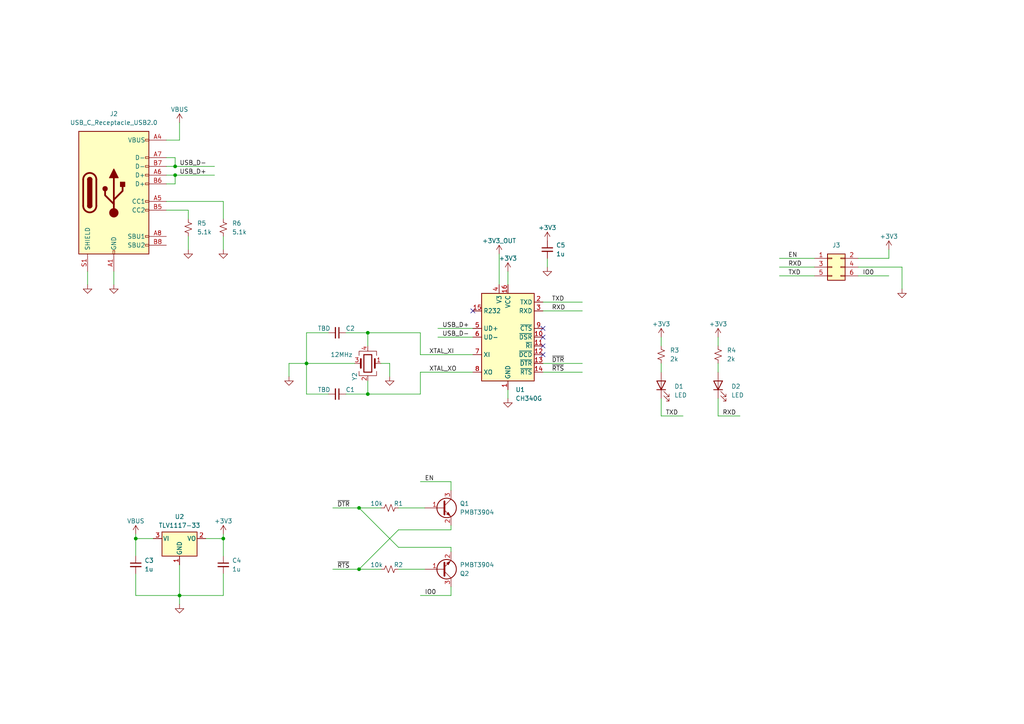
<source format=kicad_sch>
(kicad_sch (version 20230121) (generator eeschema)
  (paper "A4")
  (lib_symbols
    (symbol "Azpire_Conn:USB_C_Receptacle_USB2.0" (pin_names (offset 1.016))
      (property "Reference" "J" (at -10.16 19.05 0))
      (property "Value" "USB_C_Receptacle_USB2.0" (at 19.05 19.05 0))
      (symbol "USB_C_Receptacle_USB2.0_0_0"
        (rectangle (start -0.254 -17.78) (end 0.254 -16.764))
        (rectangle (start 9.1327 2.7989) (end 10.1487 2.2909))
        (rectangle (start 9.1327 5.3389) (end 10.1487 4.8309))
        (rectangle (start 10.16 -14.986) (end 9.144 -15.494))
        (rectangle (start 10.16 -12.446) (end 9.144 -12.954))
        (rectangle (start 10.16 -4.826) (end 9.144 -5.334))
        (rectangle (start 10.16 -2.286) (end 9.144 -2.794))
        (rectangle (start 10.16 7.874) (end 9.144 7.366))
        (rectangle (start 10.16 10.414) (end 9.144 9.906))
        (rectangle (start 10.16 15.494) (end 9.144 14.986))
      )
      (symbol "USB_C_Receptacle_USB2.0_0_1"
        (rectangle (start -10.16 17.78) (end 10.16 -17.78) (stroke (width 0.254)) (fill (type background)))
        (arc (start -8.89 -3.81) (mid -6.985 -5.7067) (end -5.08 -3.81) (stroke (width 0.508)))
        (arc (start -7.62 -3.81) (mid -6.985 -4.4423) (end -6.35 -3.81) (stroke (width 0.254)))
        (arc (start -7.62 -3.81) (mid -6.985 -4.4423) (end -6.35 -3.81) (stroke (width 0.254)) (fill (type outline)))
        (rectangle (start -7.62 -3.81) (end -6.35 3.81) (stroke (width 0.254)) (fill (type outline)))
        (arc (start -6.35 3.81) (mid -6.985 4.4423) (end -7.62 3.81) (stroke (width 0.254)))
        (arc (start -6.35 3.81) (mid -6.985 4.4423) (end -7.62 3.81) (stroke (width 0.254)) (fill (type outline)))
        (arc (start -5.08 3.81) (mid -6.985 5.7067) (end -8.89 3.81) (stroke (width 0.508)))
        (circle (center -2.54 1.143) (radius 0.635) (stroke (width 0.254)) (fill (type outline)))
        (circle (center 0 -5.842) (radius 1.27) (fill (type outline)))
        (polyline (pts (xy -8.89 -3.81) (xy -8.89 3.81)) (stroke (width 0.508)))
        (polyline (pts (xy -5.08 3.81) (xy -5.08 -3.81)) (stroke (width 0.508)))
        (polyline (pts (xy 0 -5.842) (xy 0 4.318)) (stroke (width 0.508)))
        (polyline (pts (xy 0 -3.302) (xy -2.54 -0.762) (xy -2.54 0.508)) (stroke (width 0.508)))
        (polyline (pts (xy 0 -2.032) (xy 2.54 0.508) (xy 2.54 1.778)) (stroke (width 0.508)))
        (polyline (pts (xy -1.27 4.318) (xy 0 6.858) (xy 1.27 4.318) (xy -1.27 4.318)) (stroke (width 0.254)) (fill (type outline)))
        (rectangle (start 1.905 1.778) (end 3.175 3.048) (stroke (width 0.254)) (fill (type outline)))
      )
      (symbol "USB_C_Receptacle_USB2.0_1_1"
        (pin passive line (at 0 -22.86 90) (length 5.08) (name "GND") (number "A1"))
        (pin passive line (at 0 -22.86 90) (length 5.08) hide (name "GND") (number "A12"))
        (pin passive line (at 15.24 15.24 180) (length 5.08) (name "VBUS") (number "A4"))
        (pin bidirectional line (at 15.24 -2.54 180) (length 5.08) (name "CC1") (number "A5"))
        (pin bidirectional line (at 15.24 5.08 180) (length 5.08) (name "D+") (number "A6"))
        (pin bidirectional line (at 15.24 10.16 180) (length 5.08) (name "D-") (number "A7"))
        (pin bidirectional line (at 15.24 -12.7 180) (length 5.08) (name "SBU1") (number "A8"))
        (pin passive line (at 15.24 15.24 180) (length 5.08) hide (name "VBUS") (number "A9"))
        (pin passive line (at 0 -22.86 90) (length 5.08) hide (name "GND") (number "B1"))
        (pin passive line (at 0 -22.86 90) (length 5.08) hide (name "GND") (number "B12"))
        (pin passive line (at 15.24 15.24 180) (length 5.08) hide (name "VBUS") (number "B4"))
        (pin bidirectional line (at 15.24 -5.08 180) (length 5.08) (name "CC2") (number "B5"))
        (pin bidirectional line (at 15.24 2.54 180) (length 5.08) (name "D+") (number "B6"))
        (pin bidirectional line (at 15.24 7.62 180) (length 5.08) (name "D-") (number "B7"))
        (pin bidirectional line (at 15.24 -15.24 180) (length 5.08) (name "SBU2") (number "B8"))
        (pin passive line (at 15.24 15.24 180) (length 5.08) hide (name "VBUS") (number "B9"))
        (pin passive line (at -7.62 -22.86 90) (length 5.08) (name "SHIELD") (number "S1"))
      )
    )
    (symbol "Azpire_Power_Symbols:+3V3_OUT" (power) (pin_names (offset 0))
      (property "Value" "+3V3_OUT" (at 0 3.556 0))
      (symbol "+3V3_OUT_0_1"
        (polyline (pts (xy -0.762 1.27) (xy 0 2.54)))
        (polyline (pts (xy 0 0) (xy 0 2.54)))
        (polyline (pts (xy 0 2.54) (xy 0.762 1.27)))
      )
      (symbol "+3V3_OUT_1_1"
        (pin power_in line (at 0 0 90) (length 0) hide (name "+3V3_OUT") (number "1"))
      )
    )
    (symbol "Connector_Generic:Conn_02x03_Odd_Even" (pin_names (offset 1.016) hide)
      (property "Reference" "J" (at 1.27 5.08 0))
      (property "Value" "Conn_02x03_Odd_Even" (at 1.27 -5.08 0))
      (symbol "Conn_02x03_Odd_Even_1_1"
        (rectangle (start -1.27 -2.413) (end 0 -2.667) (stroke (width 0.1524)))
        (rectangle (start -1.27 0.127) (end 0 -0.127) (stroke (width 0.1524)))
        (rectangle (start -1.27 2.667) (end 0 2.413) (stroke (width 0.1524)))
        (rectangle (start -1.27 3.81) (end 3.81 -3.81) (stroke (width 0.254)) (fill (type background)))
        (rectangle (start 3.81 -2.413) (end 2.54 -2.667) (stroke (width 0.1524)))
        (rectangle (start 3.81 0.127) (end 2.54 -0.127) (stroke (width 0.1524)))
        (rectangle (start 3.81 2.667) (end 2.54 2.413) (stroke (width 0.1524)))
        (pin passive line (at -5.08 2.54 0) (length 3.81) (name "Pin_1") (number "1"))
        (pin passive line (at 7.62 2.54 180) (length 3.81) (name "Pin_2") (number "2"))
        (pin passive line (at -5.08 0 0) (length 3.81) (name "Pin_3") (number "3"))
        (pin passive line (at 7.62 0 180) (length 3.81) (name "Pin_4") (number "4"))
        (pin passive line (at -5.08 -2.54 0) (length 3.81) (name "Pin_5") (number "5"))
        (pin passive line (at 7.62 -2.54 180) (length 3.81) (name "Pin_6") (number "6"))
      )
    )
    (symbol "Device:C_Small" (pin_numbers hide) (pin_names (offset 0.254) hide)
      (property "Reference" "C" (at 0.254 1.778 0))
      (property "Value" "C_Small" (at 0.254 -2.032 0))
      (symbol "C_Small_0_1"
        (polyline (pts (xy -1.524 -0.508) (xy 1.524 -0.508)) (stroke (width 0.3302)))
        (polyline (pts (xy -1.524 0.508) (xy 1.524 0.508)) (stroke (width 0.3048)))
      )
      (symbol "C_Small_1_1"
        (pin passive line (at 0 2.54 270) (length 2.032) (name "~") (number "1"))
        (pin passive line (at 0 -2.54 90) (length 2.032) (name "~") (number "2"))
      )
    )
    (symbol "Device:Crystal_GND24" (pin_names (offset 1.016) hide)
      (property "Reference" "Y" (at 3.175 5.08 0))
      (property "Value" "Crystal_GND24" (at 3.175 3.175 0))
      (symbol "Crystal_GND24_0_1"
        (rectangle (start -1.143 2.54) (end 1.143 -2.54) (stroke (width 0.3048)))
        (polyline (pts (xy -2.54 0) (xy -2.032 0)))
        (polyline (pts (xy -2.032 -1.27) (xy -2.032 1.27)) (stroke (width 0.508)))
        (polyline (pts (xy 0 -3.81) (xy 0 -3.556)))
        (polyline (pts (xy 0 3.556) (xy 0 3.81)))
        (polyline (pts (xy 2.032 -1.27) (xy 2.032 1.27)) (stroke (width 0.508)))
        (polyline (pts (xy 2.032 0) (xy 2.54 0)))
        (polyline (pts (xy -2.54 -2.286) (xy -2.54 -3.556) (xy 2.54 -3.556) (xy 2.54 -2.286)))
        (polyline (pts (xy -2.54 2.286) (xy -2.54 3.556) (xy 2.54 3.556) (xy 2.54 2.286)))
      )
      (symbol "Crystal_GND24_1_1"
        (pin passive line (at -3.81 0 0) (length 1.27) (name "1") (number "1"))
        (pin passive line (at 0 5.08 270) (length 1.27) (name "2") (number "2"))
        (pin passive line (at 3.81 0 180) (length 1.27) (name "3") (number "3"))
        (pin passive line (at 0 -5.08 90) (length 1.27) (name "4") (number "4"))
      )
    )
    (symbol "Device:LED" (pin_numbers hide) (pin_names (offset 1.016) hide)
      (property "Reference" "D" (at 0 2.54 0))
      (property "Value" "LED" (at 0 -2.54 0))
      (symbol "LED_0_1"
        (polyline (pts (xy -1.27 -1.27) (xy -1.27 1.27)) (stroke (width 0.254)))
        (polyline (pts (xy -1.27 0) (xy 1.27 0)))
        (polyline (pts (xy 1.27 -1.27) (xy 1.27 1.27) (xy -1.27 0) (xy 1.27 -1.27)) (stroke (width 0.254)))
        (polyline (pts (xy -3.048 -0.762) (xy -4.572 -2.286) (xy -3.81 -2.286) (xy -4.572 -2.286) (xy -4.572 -1.524)))
        (polyline (pts (xy -1.778 -0.762) (xy -3.302 -2.286) (xy -2.54 -2.286) (xy -3.302 -2.286) (xy -3.302 -1.524)))
      )
      (symbol "LED_1_1"
        (pin passive line (at -3.81 0 0) (length 2.54) (name "K") (number "1"))
        (pin passive line (at 3.81 0 180) (length 2.54) (name "A") (number "2"))
      )
    )
    (symbol "Device:Q_NPN_BEC" (pin_names (offset 0) hide)
      (property "Reference" "Q" (at 5.08 1.27 0))
      (property "Value" "Q_NPN_BEC" (at 5.08 -1.27 0))
      (symbol "Q_NPN_BEC_0_1"
        (polyline (pts (xy 0.635 0.635) (xy 2.54 2.54)))
        (polyline (pts (xy 0.635 -0.635) (xy 2.54 -2.54) (xy 2.54 -2.54)))
        (polyline (pts (xy 0.635 1.905) (xy 0.635 -1.905) (xy 0.635 -1.905)) (stroke (width 0.508)))
        (polyline (pts (xy 1.27 -1.778) (xy 1.778 -1.27) (xy 2.286 -2.286) (xy 1.27 -1.778) (xy 1.27 -1.778)) (fill (type outline)))
        (circle (center 1.27 0) (radius 2.8194) (stroke (width 0.254)))
      )
      (symbol "Q_NPN_BEC_1_1"
        (pin input line (at -5.08 0 0) (length 5.715) (name "B") (number "1"))
        (pin passive line (at 2.54 -5.08 90) (length 2.54) (name "E") (number "2"))
        (pin passive line (at 2.54 5.08 270) (length 2.54) (name "C") (number "3"))
      )
    )
    (symbol "Device:R_Small_US" (pin_numbers hide) (pin_names (offset 0.254) hide)
      (property "Reference" "R" (at 0.762 0.508 0))
      (property "Value" "R_Small_US" (at 0.762 -1.016 0))
      (symbol "R_Small_US_1_1"
        (polyline (pts (xy 0 0) (xy 1.016 -0.381) (xy 0 -0.762) (xy -1.016 -1.143) (xy 0 -1.524)))
        (polyline (pts (xy 0 1.524) (xy 1.016 1.143) (xy 0 0.762) (xy -1.016 0.381) (xy 0 0)))
        (pin passive line (at 0 2.54 270) (length 1.016) (name "~") (number "1"))
        (pin passive line (at 0 -2.54 90) (length 1.016) (name "~") (number "2"))
      )
    )
    (symbol "Interface_USB:CH340G"
      (property "Reference" "U" (at -5.08 13.97 0))
      (property "Value" "CH340G" (at 1.27 13.97 0))
      (symbol "CH340G_0_1"
        (rectangle (start -7.62 12.7) (end 7.62 -12.7) (stroke (width 0.254)) (fill (type background)))
      )
      (symbol "CH340G_1_1"
        (pin power_in line (at 0 -15.24 90) (length 2.54) (name "GND") (number "1"))
        (pin input line (at 10.16 0 180) (length 2.54) (name "~{DSR}") (number "10"))
        (pin input line (at 10.16 -2.54 180) (length 2.54) (name "~{RI}") (number "11"))
        (pin input line (at 10.16 -5.08 180) (length 2.54) (name "~{DCD}") (number "12"))
        (pin output line (at 10.16 -7.62 180) (length 2.54) (name "~{DTR}") (number "13"))
        (pin output line (at 10.16 -10.16 180) (length 2.54) (name "~{RTS}") (number "14"))
        (pin input line (at -10.16 7.62 0) (length 2.54) (name "R232") (number "15"))
        (pin power_in line (at 0 15.24 270) (length 2.54) (name "VCC") (number "16"))
        (pin output line (at 10.16 10.16 180) (length 2.54) (name "TXD") (number "2"))
        (pin input line (at 10.16 7.62 180) (length 2.54) (name "RXD") (number "3"))
        (pin passive line (at -2.54 15.24 270) (length 2.54) (name "V3") (number "4"))
        (pin bidirectional line (at -10.16 2.54 0) (length 2.54) (name "UD+") (number "5"))
        (pin bidirectional line (at -10.16 0 0) (length 2.54) (name "UD-") (number "6"))
        (pin input line (at -10.16 -5.08 0) (length 2.54) (name "XI") (number "7"))
        (pin output line (at -10.16 -10.16 0) (length 2.54) (name "XO") (number "8"))
        (pin input line (at 10.16 2.54 180) (length 2.54) (name "~{CTS}") (number "9"))
      )
    )
    (symbol "Regulator_Linear:TLV1117-33" (pin_names (offset 0.254))
      (property "Reference" "U" (at -3.81 3.175 0))
      (property "Value" "TLV1117-33" (at 0 3.175 0))
      (symbol "TLV1117-33_0_1"
        (rectangle (start -5.08 -5.08) (end 5.08 1.905) (stroke (width 0.254)) (fill (type background)))
      )
      (symbol "TLV1117-33_1_1"
        (pin power_in line (at 0 -7.62 90) (length 2.54) (name "GND") (number "1"))
        (pin power_out line (at 7.62 0 180) (length 2.54) (name "VO") (number "2"))
        (pin power_in line (at -7.62 0 0) (length 2.54) (name "VI") (number "3"))
      )
    )
    (symbol "power:+3V3" (power) (pin_names (offset 0))
      (property "Value" "+3V3" (at 0 3.556 0))
      (symbol "+3V3_0_1"
        (polyline (pts (xy -0.762 1.27) (xy 0 2.54)))
        (polyline (pts (xy 0 0) (xy 0 2.54)))
        (polyline (pts (xy 0 2.54) (xy 0.762 1.27)))
      )
      (symbol "+3V3_1_1"
        (pin power_in line (at 0 0 90) (length 0) hide (name "+3V3") (number "1"))
      )
    )
    (symbol "power:GND" (power) (pin_names (offset 0))
      (property "Value" "GND" (at 0 -3.81 0))
      (symbol "GND_0_1"
        (polyline (pts (xy 0 0) (xy 0 -1.27) (xy 1.27 -1.27) (xy 0 -2.54) (xy -1.27 -1.27) (xy 0 -1.27)))
      )
      (symbol "GND_1_1"
        (pin power_in line (at 0 0 270) (length 0) hide (name "GND") (number "1"))
      )
    )
    (symbol "power:VBUS" (power) (pin_names (offset 0))
      (property "Value" "VBUS" (at 0 3.81 0))
      (symbol "VBUS_0_1"
        (polyline (pts (xy -0.762 1.27) (xy 0 2.54)))
        (polyline (pts (xy 0 0) (xy 0 2.54)))
        (polyline (pts (xy 0 2.54) (xy 0.762 1.27)))
      )
      (symbol "VBUS_1_1"
        (pin power_in line (at 0 0 90) (length 0) hide (name "VBUS") (number "1"))
      )
    )
  )
  (junction (at 88.9 105.41))
  (junction (at 104.14 147.32))
  (junction (at 50.8 48.26))
  (junction (at 106.68 96.52))
  (junction (at 64.77 156.21))
  (junction (at 50.8 50.8))
  (junction (at 104.14 165.1))
  (junction (at 39.37 156.21))
  (junction (at 106.68 114.3))
  (junction (at 52.07 172.72))
  (no_connect (at 157.48 102.87))
  (no_connect (at 157.48 97.79))
  (no_connect (at 157.48 100.33))
  (no_connect (at 137.16 90.17))
  (no_connect (at 157.48 95.25))
  (wire (pts (xy 121.92 96.52) (xy 121.92 102.87)))
  (wire (pts (xy 130.81 152.4) (xy 130.81 153.67)))
  (wire (pts (xy 88.9 114.3) (xy 95.25 114.3)))
  (wire (pts (xy 261.62 77.47) (xy 261.62 83.82)))
  (wire (pts (xy 106.68 96.52) (xy 106.68 100.33)))
  (wire (pts (xy 88.9 105.41) (xy 88.9 114.3)))
  (wire (pts (xy 248.92 74.93) (xy 257.81 74.93)))
  (wire (pts (xy 88.9 105.41) (xy 102.87 105.41)))
  (wire (pts (xy 59.69 156.21) (xy 64.77 156.21)))
  (wire (pts (xy 158.75 74.93) (xy 158.75 77.47)))
  (wire (pts (xy 39.37 166.37) (xy 39.37 172.72)))
  (wire (pts (xy 50.8 45.72) (xy 50.8 48.26)))
  (wire (pts (xy 52.07 163.83) (xy 52.07 172.72)))
  (wire (pts (xy 248.92 80.01) (xy 257.81 80.01)))
  (wire (pts (xy 50.8 50.8) (xy 62.23 50.8)))
  (wire (pts (xy 226.06 80.01) (xy 236.22 80.01)))
  (wire (pts (xy 48.26 60.96) (xy 54.61 60.96)))
  (wire (pts (xy 248.92 77.47) (xy 261.62 77.47)))
  (wire (pts (xy 48.26 50.8) (xy 50.8 50.8)))
  (wire (pts (xy 83.82 105.41) (xy 83.82 109.22)))
  (wire (pts (xy 33.02 78.74) (xy 33.02 82.55)))
  (wire (pts (xy 88.9 96.52) (xy 88.9 105.41)))
  (wire (pts (xy 64.77 166.37) (xy 64.77 172.72)))
  (wire (pts (xy 121.92 172.72) (xy 130.81 172.72)))
  (wire (pts (xy 106.68 114.3) (xy 121.92 114.3)))
  (wire (pts (xy 127 97.79) (xy 137.16 97.79)))
  (wire (pts (xy 157.48 105.41) (xy 168.91 105.41)))
  (wire (pts (xy 191.77 105.41) (xy 191.77 107.95)))
  (wire (pts (xy 121.92 102.87) (xy 137.16 102.87)))
  (wire (pts (xy 115.57 147.32) (xy 123.19 147.32)))
  (wire (pts (xy 48.26 45.72) (xy 50.8 45.72)))
  (wire (pts (xy 157.48 107.95) (xy 168.91 107.95)))
  (wire (pts (xy 144.78 73.66) (xy 144.78 82.55)))
  (wire (pts (xy 115.57 165.1) (xy 123.19 165.1)))
  (wire (pts (xy 39.37 156.21) (xy 44.45 156.21)))
  (wire (pts (xy 191.77 115.57) (xy 191.77 120.65)))
  (wire (pts (xy 48.26 40.64) (xy 52.07 40.64)))
  (wire (pts (xy 115.57 153.67) (xy 104.14 165.1)))
  (wire (pts (xy 83.82 105.41) (xy 88.9 105.41)))
  (wire (pts (xy 127 95.25) (xy 137.16 95.25)))
  (wire (pts (xy 50.8 50.8) (xy 50.8 53.34)))
  (wire (pts (xy 130.81 158.75) (xy 115.57 158.75)))
  (wire (pts (xy 115.57 158.75) (xy 104.14 147.32)))
  (wire (pts (xy 48.26 53.34) (xy 50.8 53.34)))
  (wire (pts (xy 130.81 153.67) (xy 115.57 153.67)))
  (wire (pts (xy 257.81 72.39) (xy 257.81 74.93)))
  (wire (pts (xy 54.61 60.96) (xy 54.61 63.5)))
  (wire (pts (xy 147.32 113.03) (xy 147.32 115.57)))
  (wire (pts (xy 48.26 58.42) (xy 64.77 58.42)))
  (wire (pts (xy 226.06 74.93) (xy 236.22 74.93)))
  (wire (pts (xy 96.52 147.32) (xy 104.14 147.32)))
  (wire (pts (xy 64.77 68.58) (xy 64.77 72.39)))
  (wire (pts (xy 96.52 165.1) (xy 104.14 165.1)))
  (wire (pts (xy 106.68 110.49) (xy 106.68 114.3)))
  (wire (pts (xy 208.28 97.79) (xy 208.28 100.33)))
  (wire (pts (xy 88.9 96.52) (xy 95.25 96.52)))
  (wire (pts (xy 121.92 139.7) (xy 130.81 139.7)))
  (wire (pts (xy 25.4 78.74) (xy 25.4 82.55)))
  (wire (pts (xy 39.37 172.72) (xy 52.07 172.72)))
  (wire (pts (xy 50.8 48.26) (xy 62.23 48.26)))
  (wire (pts (xy 147.32 78.74) (xy 147.32 82.55)))
  (wire (pts (xy 191.77 120.65) (xy 198.12 120.65)))
  (wire (pts (xy 64.77 58.42) (xy 64.77 63.5)))
  (wire (pts (xy 39.37 154.94) (xy 39.37 156.21)))
  (wire (pts (xy 100.33 96.52) (xy 106.68 96.52)))
  (wire (pts (xy 121.92 107.95) (xy 137.16 107.95)))
  (wire (pts (xy 52.07 172.72) (xy 64.77 172.72)))
  (wire (pts (xy 191.77 97.79) (xy 191.77 100.33)))
  (wire (pts (xy 130.81 158.75) (xy 130.81 160.02)))
  (wire (pts (xy 39.37 156.21) (xy 39.37 161.29)))
  (wire (pts (xy 104.14 147.32) (xy 110.49 147.32)))
  (wire (pts (xy 48.26 48.26) (xy 50.8 48.26)))
  (wire (pts (xy 157.48 87.63) (xy 168.91 87.63)))
  (wire (pts (xy 104.14 165.1) (xy 110.49 165.1)))
  (wire (pts (xy 106.68 96.52) (xy 121.92 96.52)))
  (wire (pts (xy 54.61 68.58) (xy 54.61 72.39)))
  (wire (pts (xy 52.07 172.72) (xy 52.07 175.26)))
  (wire (pts (xy 113.03 105.41) (xy 113.03 109.22)))
  (wire (pts (xy 208.28 115.57) (xy 208.28 120.65)))
  (wire (pts (xy 52.07 35.56) (xy 52.07 40.64)))
  (wire (pts (xy 64.77 156.21) (xy 64.77 161.29)))
  (wire (pts (xy 226.06 77.47) (xy 236.22 77.47)))
  (wire (pts (xy 130.81 139.7) (xy 130.81 142.24)))
  (wire (pts (xy 110.49 105.41) (xy 113.03 105.41)))
  (wire (pts (xy 121.92 107.95) (xy 121.92 114.3)))
  (wire (pts (xy 64.77 154.94) (xy 64.77 156.21)))
  (wire (pts (xy 157.48 90.17) (xy 168.91 90.17)))
  (wire (pts (xy 208.28 105.41) (xy 208.28 107.95)))
  (wire (pts (xy 100.33 114.3) (xy 106.68 114.3)))
  (wire (pts (xy 208.28 120.65) (xy 214.63 120.65)))
  (wire (pts (xy 130.81 170.18) (xy 130.81 172.72)))
  (label "USB_D-" (at 52.07 48.26 0))
  (label "RXD" (at 228.6 77.47 0))
  (label "~{RTS}" (at 160.02 107.95 0))
  (label "USB_D+" (at 52.07 50.8 0))
  (label "IO0" (at 250.19 80.01 0))
  (label "~{RTS}" (at 97.79 165.1 0))
  (label "USB_D-" (at 128.27 97.79 0))
  (label "TXD" (at 193.04 120.65 0))
  (label "~{DTR}" (at 97.79 147.32 0))
  (label "RXD" (at 160.02 90.17 0))
  (label "TXD" (at 228.6 80.01 0))
  (label "EN" (at 123.19 139.7 0))
  (label "EN" (at 228.6 74.93 0))
  (label "XTAL_XO" (at 124.46 107.95 0))
  (label "TXD" (at 160.02 87.63 0))
  (label "IO0" (at 123.19 172.72 0))
  (label "RXD" (at 209.55 120.65 0))
  (label "~{DTR}" (at 160.02 105.41 0))
  (label "USB_D+" (at 128.27 95.25 0))
  (label "XTAL_XI" (at 124.46 102.87 0))
  (symbol (lib_id "Device:LED") (at 208.28 111.76 90) (unit 1)
    (property "Reference" "D2" (at 212.09 112.0775 90) (effects (justify right)))
    (property "Value" "LED" (at 212.09 114.6175 90) (effects (justify right)))
    (property "Footprint" "LED_SMD:LED_0805_2012Metric_Pad1.15x1.40mm_HandSolder" (effects hide))
  )
  (symbol (lib_id "power:GND") (at 158.75 77.47 0) (unit 1)
    (property "Reference" "#PWR019" (effects hide))
    (property "Value" "GND" (effects hide))
  )
  (symbol (lib_id "Device:R_Small_US") (at 54.61 66.04 0) (unit 1)
    (property "Reference" "R5" (at 57.15 64.77 0) (effects (justify left)))
    (property "Value" "5.1k" (at 57.15 67.31 0) (effects (justify left)))
    (property "Footprint" "Resistor_SMD:R_0805_2012Metric_Pad1.20x1.40mm_HandSolder" (effects hide))
  )
  (symbol (lib_id "Azpire_Power_Symbols:+3V3_OUT") (at 144.78 73.66 0) (unit 1)
    (property "Reference" "#PWR03" (effects hide))
    (property "Value" "+3V3_OUT" (at 144.78 69.85 0))
  )
  (symbol (lib_id "Azpire_Conn:USB_C_Receptacle_USB2.0") (at 33.02 55.88 0) (unit 1)
    (property "Reference" "J2" (at 33.02 33.02 0))
    (property "Value" "USB_C_Receptacle_USB2.0" (at 33.02 35.56 0))
    (property "Footprint" "Connector_USB:USB_C_Receptacle_HRO_TYPE-C-31-M-12" (effects hide))
    (property "Datasheet" "https://www.usb.org/sites/default/files/documents/usb_type-c.zip" (effects hide))
  )
  (symbol (lib_id "power:GND") (at 261.62 83.82 0) (unit 1)
    (property "Reference" "#PWR013" (effects hide))
    (property "Value" "GND" (effects hide))
  )
  (symbol (lib_id "power:GND") (at 33.02 82.55 0) (unit 1)
    (property "Reference" "#PWR016" (effects hide))
    (property "Value" "GND" (effects hide))
  )
  (symbol (lib_id "Connector_Generic:Conn_02x03_Odd_Even") (at 241.3 77.47 0) (unit 1)
    (property "Reference" "J3" (at 242.57 71.12 0))
    (property "Value" "Conn_02x03_Odd_Even" (effects hide))
    (property "Footprint" "Connector_PinHeader_1.27mm:PinHeader_2x03_P1.27mm_Vertical" (effects hide))
  )
  (symbol (lib_id "power:VBUS") (at 39.37 154.94 0) (unit 1)
    (property "Reference" "#PWR07" (effects hide))
    (property "Value" "VBUS" (at 39.37 151.13 0))
  )
  (symbol (lib_id "power:GND") (at 54.61 72.39 0) (unit 1)
    (property "Reference" "#PWR06" (effects hide))
    (property "Value" "GND" (effects hide))
  )
  (symbol (lib_id "Device:R_Small_US") (at 208.28 102.87 0) (unit 1)
    (property "Reference" "R4" (at 210.82 101.6 0) (effects (justify left)))
    (property "Value" "2k" (at 210.82 104.14 0) (effects (justify left)))
    (property "Footprint" "Resistor_SMD:R_0805_2012Metric_Pad1.20x1.40mm_HandSolder" (effects hide))
  )
  (symbol (lib_id "power:+3V3") (at 147.32 78.74 0) (unit 1)
    (property "Reference" "#PWR02" (effects hide))
    (property "Value" "+3V3" (at 147.32 74.93 0))
  )
  (symbol (lib_id "power:VBUS") (at 52.07 35.56 0) (unit 1)
    (property "Reference" "#PWR015" (effects hide))
    (property "Value" "VBUS" (at 52.07 31.75 0))
  )
  (symbol (lib_id "Device:R_Small_US") (at 64.77 66.04 0) (unit 1)
    (property "Reference" "R6" (at 67.31 64.77 0) (effects (justify left)))
    (property "Value" "5.1k" (at 67.31 67.31 0) (effects (justify left)))
    (property "Footprint" "Resistor_SMD:R_0805_2012Metric_Pad1.20x1.40mm_HandSolder" (effects hide))
  )
  (symbol (lib_id "power:+3V3") (at 158.75 69.85 0) (unit 1)
    (property "Reference" "#PWR018" (effects hide))
    (property "Value" "+3V3" (at 158.75 66.04 0))
  )
  (symbol (lib_id "Device:R_Small_US") (at 113.03 165.1 90) (unit 1)
    (property "Reference" "R2" (at 115.57 163.83 90))
    (property "Value" "10k" (at 109.22 163.83 90))
    (property "Footprint" "Resistor_SMD:R_0805_2012Metric_Pad1.20x1.40mm_HandSolder" (effects hide))
  )
  (symbol (lib_id "Device:R_Small_US") (at 191.77 102.87 0) (unit 1)
    (property "Reference" "R3" (at 194.31 101.6 0) (effects (justify left)))
    (property "Value" "2k" (at 194.31 104.14 0) (effects (justify left)))
    (property "Footprint" "Resistor_SMD:R_0805_2012Metric_Pad1.20x1.40mm_HandSolder" (effects hide))
  )
  (symbol (lib_id "power:GND") (at 25.4 82.55 0) (unit 1)
    (property "Reference" "#PWR017" (effects hide))
    (property "Value" "GND" (effects hide))
  )
  (symbol (lib_id "power:GND") (at 52.07 175.26 0) (unit 1)
    (property "Reference" "#PWR05" (effects hide))
    (property "Value" "GND" (effects hide))
  )
  (symbol (lib_id "power:GND") (at 113.03 109.22 0) (unit 1)
    (property "Reference" "#PWR014" (effects hide))
    (property "Value" "GND" (effects hide))
  )
  (symbol (lib_id "power:+3V3") (at 191.77 97.79 0) (unit 1)
    (property "Reference" "#PWR010" (effects hide))
    (property "Value" "+3V3" (at 191.77 93.98 0))
  )
  (symbol (lib_id "Device:C_Small") (at 158.75 72.39 0) (unit 1)
    (property "Reference" "C5" (at 161.29 71.1263 0) (effects (justify left)))
    (property "Value" "1u" (at 161.29 73.6663 0) (effects (justify left)))
    (property "Footprint" "Capacitor_SMD:C_0805_2012Metric_Pad1.18x1.45mm_HandSolder" (effects hide))
  )
  (symbol (lib_id "power:GND") (at 64.77 72.39 0) (unit 1)
    (property "Reference" "#PWR09" (effects hide))
    (property "Value" "GND" (effects hide))
  )
  (symbol (lib_id "Device:C_Small") (at 39.37 163.83 0) (unit 1)
    (property "Reference" "C3" (at 41.91 162.5663 0) (effects (justify left)))
    (property "Value" "1u" (at 41.91 165.1063 0) (effects (justify left)))
    (property "Footprint" "Capacitor_SMD:C_0805_2012Metric" (effects hide))
  )
  (symbol (lib_id "power:+3V3") (at 257.81 72.39 0) (unit 1)
    (property "Reference" "#PWR012" (effects hide))
    (property "Value" "+3V3" (at 257.81 68.58 0))
  )
  (symbol (lib_id "power:GND") (at 83.82 109.22 0) (unit 1)
    (property "Reference" "#PWR04" (effects hide))
    (property "Value" "GND" (effects hide))
  )
  (symbol (lib_id "Device:Q_NPN_BEC") (at 128.27 165.1 0) (mirror x) (unit 1)
    (property "Reference" "Q2" (at 133.35 166.37 0) (effects (justify left)))
    (property "Value" "PMBT3904" (at 133.35 163.83 0) (effects (justify left)))
    (property "Footprint" "Package_TO_SOT_SMD:SOT-23" (effects hide))
  )
  (symbol (lib_id "Regulator_Linear:TLV1117-33") (at 52.07 156.21 0) (unit 1)
    (property "Reference" "U2" (at 52.07 149.86 0))
    (property "Value" "TLV1117-33" (at 52.07 152.4 0))
    (property "Footprint" "Package_TO_SOT_SMD:SOT-223-3_TabPin2" (effects hide))
    (property "Datasheet" "http://www.ti.com/lit/ds/symlink/tlv1117.pdf" (effects hide))
  )
  (symbol (lib_id "Device:R_Small_US") (at 113.03 147.32 90) (unit 1)
    (property "Reference" "R1" (at 115.57 146.05 90))
    (property "Value" "10k" (at 109.22 146.05 90))
    (property "Footprint" "Resistor_SMD:R_0805_2012Metric_Pad1.20x1.40mm_HandSolder" (effects hide))
  )
  (symbol (lib_id "Device:C_Small") (at 97.79 114.3 270) (unit 1)
    (property "Reference" "C1" (at 101.6 113.03 90))
    (property "Value" "TBD" (at 93.98 113.03 90))
    (property "Footprint" "Capacitor_SMD:C_0805_2012Metric_Pad1.18x1.45mm_HandSolder" (effects hide))
  )
  (symbol (lib_id "Device:Crystal_GND24") (at 106.68 105.41 180) (unit 1)
    (property "Reference" "Y2" (at 102.87 109.22 90))
    (property "Value" "12MHz" (at 99.06 102.87 0))
    (property "Footprint" "Crystal:Crystal_SMD_3225-4Pin_3.2x2.5mm" (effects hide))
  )
  (symbol (lib_id "Interface_USB:CH340G") (at 147.32 97.79 0) (unit 1)
    (property "Reference" "U1" (at 149.5141 113.03 0) (effects (justify left)))
    (property "Value" "CH340G" (at 149.5141 115.57 0) (effects (justify left)))
    (property "Footprint" "Package_SO:SOIC-16_3.9x9.9mm_P1.27mm" (effects hide))
    (property "Datasheet" "http://www.datasheet5.com/pdf-local-2195953" (effects hide))
  )
  (symbol (lib_id "power:+3V3") (at 64.77 154.94 0) (unit 1)
    (property "Reference" "#PWR08" (effects hide))
    (property "Value" "+3V3" (at 64.77 151.13 0))
  )
  (symbol (lib_id "Device:C_Small") (at 97.79 96.52 270) (unit 1)
    (property "Reference" "C2" (at 101.6 95.25 90))
    (property "Value" "TBD" (at 93.98 95.25 90))
    (property "Footprint" "Capacitor_SMD:C_0805_2012Metric_Pad1.18x1.45mm_HandSolder" (effects hide))
  )
  (symbol (lib_id "power:+3V3") (at 208.28 97.79 0) (unit 1)
    (property "Reference" "#PWR011" (effects hide))
    (property "Value" "+3V3" (at 208.28 93.98 0))
  )
  (symbol (lib_id "Device:C_Small") (at 64.77 163.83 0) (unit 1)
    (property "Reference" "C4" (at 67.31 162.5663 0) (effects (justify left)))
    (property "Value" "1u" (at 67.31 165.1063 0) (effects (justify left)))
    (property "Footprint" "Capacitor_SMD:C_0805_2012Metric" (effects hide))
  )
  (symbol (lib_id "Device:Q_NPN_BEC") (at 128.27 147.32 0) (unit 1)
    (property "Reference" "Q1" (at 133.35 146.05 0) (effects (justify left)))
    (property "Value" "PMBT3904" (at 133.35 148.59 0) (effects (justify left)))
    (property "Footprint" "Package_TO_SOT_SMD:SOT-23" (effects hide))
  )
  (symbol (lib_id "power:GND") (at 147.32 115.57 0) (unit 1)
    (property "Reference" "#PWR01" (effects hide))
    (property "Value" "GND" (effects hide))
  )
  (symbol (lib_id "Device:LED") (at 191.77 111.76 90) (unit 1)
    (property "Reference" "D1" (at 195.58 112.0775 90) (effects (justify right)))
    (property "Value" "LED" (at 195.58 114.6175 90) (effects (justify right)))
    (property "Footprint" "LED_SMD:LED_0805_2012Metric_Pad1.15x1.40mm_HandSolder" (effects hide))
  )
)
</source>
